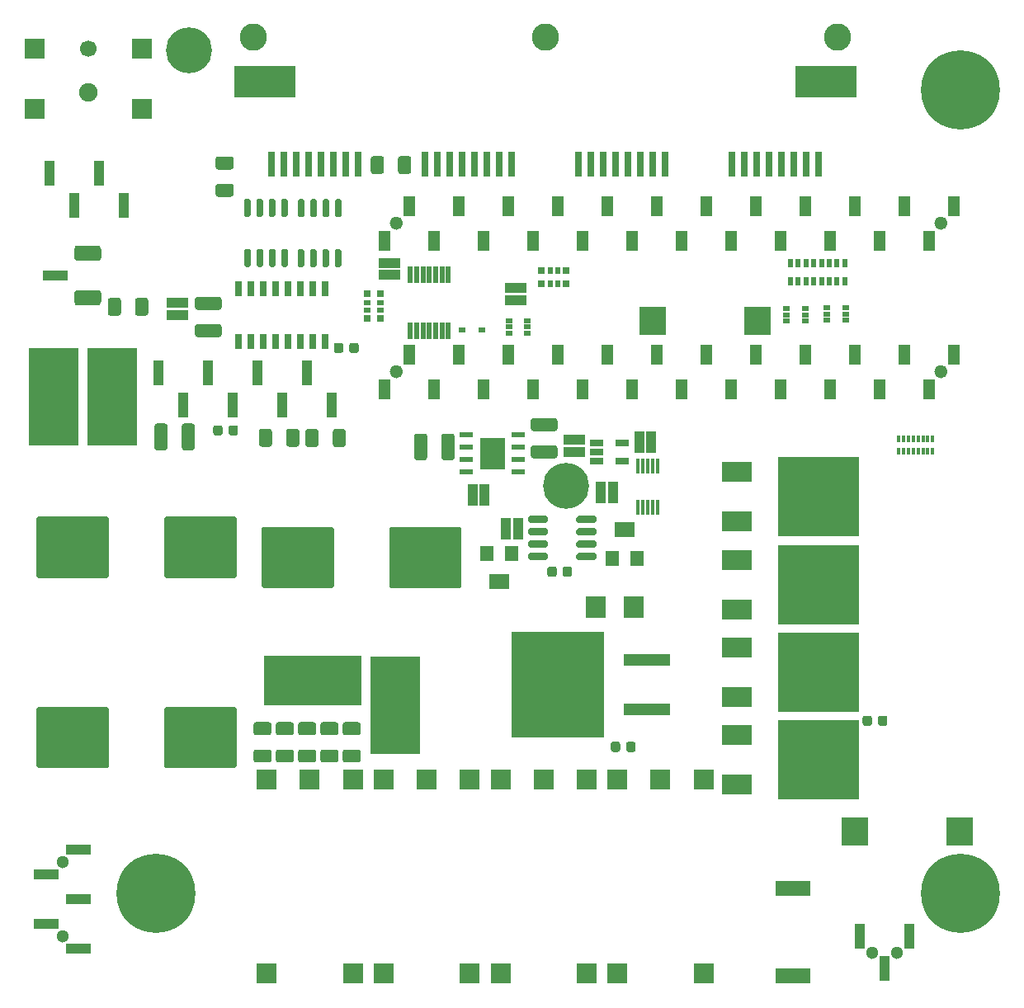
<source format=gts>
G04 #@! TF.GenerationSoftware,KiCad,Pcbnew,(5.1.6)-1*
G04 #@! TF.CreationDate,2021-05-26T13:37:40-07:00*
G04 #@! TF.ProjectId,Four Channel MHz LED Driver,466f7572-2043-4686-916e-6e656c204d48,rev?*
G04 #@! TF.SameCoordinates,Original*
G04 #@! TF.FileFunction,Soldermask,Top*
G04 #@! TF.FilePolarity,Negative*
%FSLAX46Y46*%
G04 Gerber Fmt 4.6, Leading zero omitted, Abs format (unit mm)*
G04 Created by KiCad (PCBNEW (5.1.6)-1) date 2021-05-26 13:37:40*
%MOMM*%
%LPD*%
G01*
G04 APERTURE LIST*
%ADD10C,0.100000*%
%ADD11C,0.010000*%
%ADD12R,2.270000X1.000000*%
%ADD13R,0.658800X1.598600*%
%ADD14C,2.790000*%
%ADD15R,6.320000X3.280000*%
%ADD16R,0.660000X2.640000*%
%ADD17R,0.800000X0.740000*%
%ADD18R,0.800000X0.600000*%
%ADD19R,0.740000X0.800000*%
%ADD20R,0.600000X0.800000*%
%ADD21R,2.100000X2.100000*%
%ADD22C,1.900000*%
%ADD23C,1.700000*%
%ADD24C,4.720000*%
%ADD25R,0.550000X0.900000*%
%ADD26C,8.100000*%
%ADD27R,1.100000X2.610000*%
%ADD28C,1.290000*%
%ADD29R,0.380000X1.570000*%
%ADD30R,1.000000X2.270000*%
%ADD31R,2.610000X1.100000*%
%ADD32R,3.100000X2.100000*%
%ADD33R,8.300000X8.100000*%
%ADD34R,0.510000X1.670000*%
%ADD35R,2.055800X2.259000*%
%ADD36R,0.700000X0.550000*%
%ADD37R,2.700000X2.900000*%
%ADD38R,0.354000X0.785800*%
%ADD39R,1.370000X1.649400*%
%ADD40R,2.106600X1.649400*%
%ADD41C,1.300000*%
%ADD42R,1.471600X0.582600*%
%ADD43R,2.513000X3.300400*%
%ADD44R,1.320000X0.750000*%
%ADD45R,9.500000X10.900000*%
%ADD46R,4.700000X1.200000*%
%ADD47R,0.750000X0.500000*%
%ADD48R,3.600000X1.600000*%
%ADD49R,5.100000X10.100000*%
%ADD50R,10.100000X5.100000*%
G04 APERTURE END LIST*
D10*
X76226000Y-45168000D02*
G75*
G03*
X76226000Y-45168000I-646000J0D01*
G01*
D11*
G36*
X104229000Y-45943000D02*
G01*
X105351000Y-45943000D01*
X105351000Y-47950000D01*
X104229000Y-47950000D01*
X104229000Y-45943000D01*
G37*
X104229000Y-45943000D02*
X105351000Y-45943000D01*
X105351000Y-47950000D01*
X104229000Y-47950000D01*
X104229000Y-45943000D01*
G36*
X129629000Y-45943000D02*
G01*
X130751000Y-45943000D01*
X130751000Y-47950000D01*
X129629000Y-47950000D01*
X129629000Y-45943000D01*
G37*
X129629000Y-45943000D02*
X130751000Y-45943000D01*
X130751000Y-47950000D01*
X129629000Y-47950000D01*
X129629000Y-45943000D01*
G36*
X127089000Y-42387000D02*
G01*
X128211000Y-42387000D01*
X128211000Y-44394000D01*
X127089000Y-44394000D01*
X127089000Y-42387000D01*
G37*
X127089000Y-42387000D02*
X128211000Y-42387000D01*
X128211000Y-44394000D01*
X127089000Y-44394000D01*
X127089000Y-42387000D01*
G36*
X114389000Y-45943000D02*
G01*
X115511000Y-45943000D01*
X115511000Y-47950000D01*
X114389000Y-47950000D01*
X114389000Y-45943000D01*
G37*
X114389000Y-45943000D02*
X115511000Y-45943000D01*
X115511000Y-47950000D01*
X114389000Y-47950000D01*
X114389000Y-45943000D01*
G36*
X119469000Y-45943000D02*
G01*
X120591000Y-45943000D01*
X120591000Y-47950000D01*
X119469000Y-47950000D01*
X119469000Y-45943000D01*
G37*
X119469000Y-45943000D02*
X120591000Y-45943000D01*
X120591000Y-47950000D01*
X119469000Y-47950000D01*
X119469000Y-45943000D01*
G36*
X109309000Y-45943000D02*
G01*
X110431000Y-45943000D01*
X110431000Y-47950000D01*
X109309000Y-47950000D01*
X109309000Y-45943000D01*
G37*
X109309000Y-45943000D02*
X110431000Y-45943000D01*
X110431000Y-47950000D01*
X109309000Y-47950000D01*
X109309000Y-45943000D01*
G36*
X124549000Y-45943000D02*
G01*
X125671000Y-45943000D01*
X125671000Y-47950000D01*
X124549000Y-47950000D01*
X124549000Y-45943000D01*
G37*
X124549000Y-45943000D02*
X125671000Y-45943000D01*
X125671000Y-47950000D01*
X124549000Y-47950000D01*
X124549000Y-45943000D01*
G36*
X94069000Y-45943000D02*
G01*
X95191000Y-45943000D01*
X95191000Y-47950000D01*
X94069000Y-47950000D01*
X94069000Y-45943000D01*
G37*
X94069000Y-45943000D02*
X95191000Y-45943000D01*
X95191000Y-47950000D01*
X94069000Y-47950000D01*
X94069000Y-45943000D01*
G36*
X99149000Y-45943000D02*
G01*
X100271000Y-45943000D01*
X100271000Y-47950000D01*
X99149000Y-47950000D01*
X99149000Y-45943000D01*
G37*
X99149000Y-45943000D02*
X100271000Y-45943000D01*
X100271000Y-47950000D01*
X99149000Y-47950000D01*
X99149000Y-45943000D01*
D10*
X132106000Y-45168000D02*
G75*
G03*
X132106000Y-45168000I-646000J0D01*
G01*
D11*
G36*
X91529000Y-42387000D02*
G01*
X92651000Y-42387000D01*
X92651000Y-44394000D01*
X91529000Y-44394000D01*
X91529000Y-42387000D01*
G37*
X91529000Y-42387000D02*
X92651000Y-42387000D01*
X92651000Y-44394000D01*
X91529000Y-44394000D01*
X91529000Y-42387000D01*
G36*
X111849000Y-42387000D02*
G01*
X112971000Y-42387000D01*
X112971000Y-44394000D01*
X111849000Y-44394000D01*
X111849000Y-42387000D01*
G37*
X111849000Y-42387000D02*
X112971000Y-42387000D01*
X112971000Y-44394000D01*
X111849000Y-44394000D01*
X111849000Y-42387000D01*
G36*
X132169000Y-42387000D02*
G01*
X133291000Y-42387000D01*
X133291000Y-44394000D01*
X132169000Y-44394000D01*
X132169000Y-42387000D01*
G37*
X132169000Y-42387000D02*
X133291000Y-42387000D01*
X133291000Y-44394000D01*
X132169000Y-44394000D01*
X132169000Y-42387000D01*
G36*
X106769000Y-42387000D02*
G01*
X107891000Y-42387000D01*
X107891000Y-44394000D01*
X106769000Y-44394000D01*
X106769000Y-42387000D01*
G37*
X106769000Y-42387000D02*
X107891000Y-42387000D01*
X107891000Y-44394000D01*
X106769000Y-44394000D01*
X106769000Y-42387000D01*
G36*
X116929000Y-42387000D02*
G01*
X118051000Y-42387000D01*
X118051000Y-44394000D01*
X116929000Y-44394000D01*
X116929000Y-42387000D01*
G37*
X116929000Y-42387000D02*
X118051000Y-42387000D01*
X118051000Y-44394000D01*
X116929000Y-44394000D01*
X116929000Y-42387000D01*
G36*
X122009000Y-42387000D02*
G01*
X123131000Y-42387000D01*
X123131000Y-44394000D01*
X122009000Y-44394000D01*
X122009000Y-42387000D01*
G37*
X122009000Y-42387000D02*
X123131000Y-42387000D01*
X123131000Y-44394000D01*
X122009000Y-44394000D01*
X122009000Y-42387000D01*
G36*
X96609000Y-42387000D02*
G01*
X97731000Y-42387000D01*
X97731000Y-44394000D01*
X96609000Y-44394000D01*
X96609000Y-42387000D01*
G37*
X96609000Y-42387000D02*
X97731000Y-42387000D01*
X97731000Y-44394000D01*
X96609000Y-44394000D01*
X96609000Y-42387000D01*
G36*
X101689000Y-42387000D02*
G01*
X102811000Y-42387000D01*
X102811000Y-44394000D01*
X101689000Y-44394000D01*
X101689000Y-42387000D01*
G37*
X101689000Y-42387000D02*
X102811000Y-42387000D01*
X102811000Y-44394000D01*
X101689000Y-44394000D01*
X101689000Y-42387000D01*
G36*
X81369000Y-42387000D02*
G01*
X82491000Y-42387000D01*
X82491000Y-44394000D01*
X81369000Y-44394000D01*
X81369000Y-42387000D01*
G37*
X81369000Y-42387000D02*
X82491000Y-42387000D01*
X82491000Y-44394000D01*
X81369000Y-44394000D01*
X81369000Y-42387000D01*
G36*
X78829000Y-45943000D02*
G01*
X79951000Y-45943000D01*
X79951000Y-47950000D01*
X78829000Y-47950000D01*
X78829000Y-45943000D01*
G37*
X78829000Y-45943000D02*
X79951000Y-45943000D01*
X79951000Y-47950000D01*
X78829000Y-47950000D01*
X78829000Y-45943000D01*
G36*
X73749000Y-45943000D02*
G01*
X74871000Y-45943000D01*
X74871000Y-47950000D01*
X73749000Y-47950000D01*
X73749000Y-45943000D01*
G37*
X73749000Y-45943000D02*
X74871000Y-45943000D01*
X74871000Y-47950000D01*
X73749000Y-47950000D01*
X73749000Y-45943000D01*
G36*
X88989000Y-45943000D02*
G01*
X90111000Y-45943000D01*
X90111000Y-47950000D01*
X88989000Y-47950000D01*
X88989000Y-45943000D01*
G37*
X88989000Y-45943000D02*
X90111000Y-45943000D01*
X90111000Y-47950000D01*
X88989000Y-47950000D01*
X88989000Y-45943000D01*
G36*
X76289000Y-42387000D02*
G01*
X77411000Y-42387000D01*
X77411000Y-44394000D01*
X76289000Y-44394000D01*
X76289000Y-42387000D01*
G37*
X76289000Y-42387000D02*
X77411000Y-42387000D01*
X77411000Y-44394000D01*
X76289000Y-44394000D01*
X76289000Y-42387000D01*
G36*
X83909000Y-45943000D02*
G01*
X85031000Y-45943000D01*
X85031000Y-47950000D01*
X83909000Y-47950000D01*
X83909000Y-45943000D01*
G37*
X83909000Y-45943000D02*
X85031000Y-45943000D01*
X85031000Y-47950000D01*
X83909000Y-47950000D01*
X83909000Y-45943000D01*
G36*
X86449000Y-42387000D02*
G01*
X87571000Y-42387000D01*
X87571000Y-44394000D01*
X86449000Y-44394000D01*
X86449000Y-42387000D01*
G37*
X86449000Y-42387000D02*
X87571000Y-42387000D01*
X87571000Y-44394000D01*
X86449000Y-44394000D01*
X86449000Y-42387000D01*
D10*
X76226000Y-60408000D02*
G75*
G03*
X76226000Y-60408000I-646000J0D01*
G01*
X132106000Y-60408000D02*
G75*
G03*
X132106000Y-60408000I-646000J0D01*
G01*
D11*
G36*
X132169000Y-57627000D02*
G01*
X133291000Y-57627000D01*
X133291000Y-59634000D01*
X132169000Y-59634000D01*
X132169000Y-57627000D01*
G37*
X132169000Y-57627000D02*
X133291000Y-57627000D01*
X133291000Y-59634000D01*
X132169000Y-59634000D01*
X132169000Y-57627000D01*
G36*
X129629000Y-61183000D02*
G01*
X130751000Y-61183000D01*
X130751000Y-63190000D01*
X129629000Y-63190000D01*
X129629000Y-61183000D01*
G37*
X129629000Y-61183000D02*
X130751000Y-61183000D01*
X130751000Y-63190000D01*
X129629000Y-63190000D01*
X129629000Y-61183000D01*
G36*
X127089000Y-57627000D02*
G01*
X128211000Y-57627000D01*
X128211000Y-59634000D01*
X127089000Y-59634000D01*
X127089000Y-57627000D01*
G37*
X127089000Y-57627000D02*
X128211000Y-57627000D01*
X128211000Y-59634000D01*
X127089000Y-59634000D01*
X127089000Y-57627000D01*
G36*
X124549000Y-61183000D02*
G01*
X125671000Y-61183000D01*
X125671000Y-63190000D01*
X124549000Y-63190000D01*
X124549000Y-61183000D01*
G37*
X124549000Y-61183000D02*
X125671000Y-61183000D01*
X125671000Y-63190000D01*
X124549000Y-63190000D01*
X124549000Y-61183000D01*
G36*
X122009000Y-57627000D02*
G01*
X123131000Y-57627000D01*
X123131000Y-59634000D01*
X122009000Y-59634000D01*
X122009000Y-57627000D01*
G37*
X122009000Y-57627000D02*
X123131000Y-57627000D01*
X123131000Y-59634000D01*
X122009000Y-59634000D01*
X122009000Y-57627000D01*
G36*
X119469000Y-61183000D02*
G01*
X120591000Y-61183000D01*
X120591000Y-63190000D01*
X119469000Y-63190000D01*
X119469000Y-61183000D01*
G37*
X119469000Y-61183000D02*
X120591000Y-61183000D01*
X120591000Y-63190000D01*
X119469000Y-63190000D01*
X119469000Y-61183000D01*
G36*
X116929000Y-57627000D02*
G01*
X118051000Y-57627000D01*
X118051000Y-59634000D01*
X116929000Y-59634000D01*
X116929000Y-57627000D01*
G37*
X116929000Y-57627000D02*
X118051000Y-57627000D01*
X118051000Y-59634000D01*
X116929000Y-59634000D01*
X116929000Y-57627000D01*
G36*
X114389000Y-61183000D02*
G01*
X115511000Y-61183000D01*
X115511000Y-63190000D01*
X114389000Y-63190000D01*
X114389000Y-61183000D01*
G37*
X114389000Y-61183000D02*
X115511000Y-61183000D01*
X115511000Y-63190000D01*
X114389000Y-63190000D01*
X114389000Y-61183000D01*
G36*
X111849000Y-57627000D02*
G01*
X112971000Y-57627000D01*
X112971000Y-59634000D01*
X111849000Y-59634000D01*
X111849000Y-57627000D01*
G37*
X111849000Y-57627000D02*
X112971000Y-57627000D01*
X112971000Y-59634000D01*
X111849000Y-59634000D01*
X111849000Y-57627000D01*
G36*
X109309000Y-61183000D02*
G01*
X110431000Y-61183000D01*
X110431000Y-63190000D01*
X109309000Y-63190000D01*
X109309000Y-61183000D01*
G37*
X109309000Y-61183000D02*
X110431000Y-61183000D01*
X110431000Y-63190000D01*
X109309000Y-63190000D01*
X109309000Y-61183000D01*
G36*
X106769000Y-57627000D02*
G01*
X107891000Y-57627000D01*
X107891000Y-59634000D01*
X106769000Y-59634000D01*
X106769000Y-57627000D01*
G37*
X106769000Y-57627000D02*
X107891000Y-57627000D01*
X107891000Y-59634000D01*
X106769000Y-59634000D01*
X106769000Y-57627000D01*
G36*
X104229000Y-61183000D02*
G01*
X105351000Y-61183000D01*
X105351000Y-63190000D01*
X104229000Y-63190000D01*
X104229000Y-61183000D01*
G37*
X104229000Y-61183000D02*
X105351000Y-61183000D01*
X105351000Y-63190000D01*
X104229000Y-63190000D01*
X104229000Y-61183000D01*
G36*
X101689000Y-57627000D02*
G01*
X102811000Y-57627000D01*
X102811000Y-59634000D01*
X101689000Y-59634000D01*
X101689000Y-57627000D01*
G37*
X101689000Y-57627000D02*
X102811000Y-57627000D01*
X102811000Y-59634000D01*
X101689000Y-59634000D01*
X101689000Y-57627000D01*
G36*
X99149000Y-61183000D02*
G01*
X100271000Y-61183000D01*
X100271000Y-63190000D01*
X99149000Y-63190000D01*
X99149000Y-61183000D01*
G37*
X99149000Y-61183000D02*
X100271000Y-61183000D01*
X100271000Y-63190000D01*
X99149000Y-63190000D01*
X99149000Y-61183000D01*
G36*
X96609000Y-57627000D02*
G01*
X97731000Y-57627000D01*
X97731000Y-59634000D01*
X96609000Y-59634000D01*
X96609000Y-57627000D01*
G37*
X96609000Y-57627000D02*
X97731000Y-57627000D01*
X97731000Y-59634000D01*
X96609000Y-59634000D01*
X96609000Y-57627000D01*
G36*
X94069000Y-61183000D02*
G01*
X95191000Y-61183000D01*
X95191000Y-63190000D01*
X94069000Y-63190000D01*
X94069000Y-61183000D01*
G37*
X94069000Y-61183000D02*
X95191000Y-61183000D01*
X95191000Y-63190000D01*
X94069000Y-63190000D01*
X94069000Y-61183000D01*
G36*
X91529000Y-57627000D02*
G01*
X92651000Y-57627000D01*
X92651000Y-59634000D01*
X91529000Y-59634000D01*
X91529000Y-57627000D01*
G37*
X91529000Y-57627000D02*
X92651000Y-57627000D01*
X92651000Y-59634000D01*
X91529000Y-59634000D01*
X91529000Y-57627000D01*
G36*
X88989000Y-61183000D02*
G01*
X90111000Y-61183000D01*
X90111000Y-63190000D01*
X88989000Y-63190000D01*
X88989000Y-61183000D01*
G37*
X88989000Y-61183000D02*
X90111000Y-61183000D01*
X90111000Y-63190000D01*
X88989000Y-63190000D01*
X88989000Y-61183000D01*
G36*
X86449000Y-57627000D02*
G01*
X87571000Y-57627000D01*
X87571000Y-59634000D01*
X86449000Y-59634000D01*
X86449000Y-57627000D01*
G37*
X86449000Y-57627000D02*
X87571000Y-57627000D01*
X87571000Y-59634000D01*
X86449000Y-59634000D01*
X86449000Y-57627000D01*
G36*
X83909000Y-61183000D02*
G01*
X85031000Y-61183000D01*
X85031000Y-63190000D01*
X83909000Y-63190000D01*
X83909000Y-61183000D01*
G37*
X83909000Y-61183000D02*
X85031000Y-61183000D01*
X85031000Y-63190000D01*
X83909000Y-63190000D01*
X83909000Y-61183000D01*
G36*
X81369000Y-57627000D02*
G01*
X82491000Y-57627000D01*
X82491000Y-59634000D01*
X81369000Y-59634000D01*
X81369000Y-57627000D01*
G37*
X81369000Y-57627000D02*
X82491000Y-57627000D01*
X82491000Y-59634000D01*
X81369000Y-59634000D01*
X81369000Y-57627000D01*
G36*
X78829000Y-61183000D02*
G01*
X79951000Y-61183000D01*
X79951000Y-63190000D01*
X78829000Y-63190000D01*
X78829000Y-61183000D01*
G37*
X78829000Y-61183000D02*
X79951000Y-61183000D01*
X79951000Y-63190000D01*
X78829000Y-63190000D01*
X78829000Y-61183000D01*
G36*
X76289000Y-57627000D02*
G01*
X77411000Y-57627000D01*
X77411000Y-59634000D01*
X76289000Y-59634000D01*
X76289000Y-57627000D01*
G37*
X76289000Y-57627000D02*
X77411000Y-57627000D01*
X77411000Y-59634000D01*
X76289000Y-59634000D01*
X76289000Y-57627000D01*
G36*
X73749000Y-61183000D02*
G01*
X74871000Y-61183000D01*
X74871000Y-63190000D01*
X73749000Y-63190000D01*
X73749000Y-61183000D01*
G37*
X73749000Y-61183000D02*
X74871000Y-61183000D01*
X74871000Y-63190000D01*
X73749000Y-63190000D01*
X73749000Y-61183000D01*
D12*
X53150000Y-54570000D03*
X53150000Y-53350000D03*
G36*
G01*
X55185000Y-55525000D02*
X57395000Y-55525000D01*
G75*
G02*
X57665000Y-55795000I0J-270000D01*
G01*
X57665000Y-56605000D01*
G75*
G02*
X57395000Y-56875000I-270000J0D01*
G01*
X55185000Y-56875000D01*
G75*
G02*
X54915000Y-56605000I0J270000D01*
G01*
X54915000Y-55795000D01*
G75*
G02*
X55185000Y-55525000I270000J0D01*
G01*
G37*
G36*
G01*
X55185000Y-52725000D02*
X57395000Y-52725000D01*
G75*
G02*
X57665000Y-52995000I0J-270000D01*
G01*
X57665000Y-53805000D01*
G75*
G02*
X57395000Y-54075000I-270000J0D01*
G01*
X55185000Y-54075000D01*
G75*
G02*
X54915000Y-53805000I0J270000D01*
G01*
X54915000Y-52995000D01*
G75*
G02*
X55185000Y-52725000I270000J0D01*
G01*
G37*
G36*
G01*
X57315000Y-41115000D02*
X58625000Y-41115000D01*
G75*
G02*
X58895000Y-41385000I0J-270000D01*
G01*
X58895000Y-42195000D01*
G75*
G02*
X58625000Y-42465000I-270000J0D01*
G01*
X57315000Y-42465000D01*
G75*
G02*
X57045000Y-42195000I0J270000D01*
G01*
X57045000Y-41385000D01*
G75*
G02*
X57315000Y-41115000I270000J0D01*
G01*
G37*
G36*
G01*
X57315000Y-38315000D02*
X58625000Y-38315000D01*
G75*
G02*
X58895000Y-38585000I0J-270000D01*
G01*
X58895000Y-39395000D01*
G75*
G02*
X58625000Y-39665000I-270000J0D01*
G01*
X57315000Y-39665000D01*
G75*
G02*
X57045000Y-39395000I0J270000D01*
G01*
X57045000Y-38585000D01*
G75*
G02*
X57315000Y-38315000I270000J0D01*
G01*
G37*
G36*
G01*
X65985000Y-44545000D02*
X65635000Y-44545000D01*
G75*
G02*
X65460000Y-44370000I0J175000D01*
G01*
X65460000Y-42870000D01*
G75*
G02*
X65635000Y-42695000I175000J0D01*
G01*
X65985000Y-42695000D01*
G75*
G02*
X66160000Y-42870000I0J-175000D01*
G01*
X66160000Y-44370000D01*
G75*
G02*
X65985000Y-44545000I-175000J0D01*
G01*
G37*
G36*
G01*
X67255000Y-44545000D02*
X66905000Y-44545000D01*
G75*
G02*
X66730000Y-44370000I0J175000D01*
G01*
X66730000Y-42870000D01*
G75*
G02*
X66905000Y-42695000I175000J0D01*
G01*
X67255000Y-42695000D01*
G75*
G02*
X67430000Y-42870000I0J-175000D01*
G01*
X67430000Y-44370000D01*
G75*
G02*
X67255000Y-44545000I-175000J0D01*
G01*
G37*
G36*
G01*
X68525000Y-44545000D02*
X68175000Y-44545000D01*
G75*
G02*
X68000000Y-44370000I0J175000D01*
G01*
X68000000Y-42870000D01*
G75*
G02*
X68175000Y-42695000I175000J0D01*
G01*
X68525000Y-42695000D01*
G75*
G02*
X68700000Y-42870000I0J-175000D01*
G01*
X68700000Y-44370000D01*
G75*
G02*
X68525000Y-44545000I-175000J0D01*
G01*
G37*
G36*
G01*
X69795000Y-44545000D02*
X69445000Y-44545000D01*
G75*
G02*
X69270000Y-44370000I0J175000D01*
G01*
X69270000Y-42870000D01*
G75*
G02*
X69445000Y-42695000I175000J0D01*
G01*
X69795000Y-42695000D01*
G75*
G02*
X69970000Y-42870000I0J-175000D01*
G01*
X69970000Y-44370000D01*
G75*
G02*
X69795000Y-44545000I-175000J0D01*
G01*
G37*
G36*
G01*
X69795000Y-49695000D02*
X69445000Y-49695000D01*
G75*
G02*
X69270000Y-49520000I0J175000D01*
G01*
X69270000Y-48020000D01*
G75*
G02*
X69445000Y-47845000I175000J0D01*
G01*
X69795000Y-47845000D01*
G75*
G02*
X69970000Y-48020000I0J-175000D01*
G01*
X69970000Y-49520000D01*
G75*
G02*
X69795000Y-49695000I-175000J0D01*
G01*
G37*
G36*
G01*
X68525000Y-49695000D02*
X68175000Y-49695000D01*
G75*
G02*
X68000000Y-49520000I0J175000D01*
G01*
X68000000Y-48020000D01*
G75*
G02*
X68175000Y-47845000I175000J0D01*
G01*
X68525000Y-47845000D01*
G75*
G02*
X68700000Y-48020000I0J-175000D01*
G01*
X68700000Y-49520000D01*
G75*
G02*
X68525000Y-49695000I-175000J0D01*
G01*
G37*
G36*
G01*
X67255000Y-49695000D02*
X66905000Y-49695000D01*
G75*
G02*
X66730000Y-49520000I0J175000D01*
G01*
X66730000Y-48020000D01*
G75*
G02*
X66905000Y-47845000I175000J0D01*
G01*
X67255000Y-47845000D01*
G75*
G02*
X67430000Y-48020000I0J-175000D01*
G01*
X67430000Y-49520000D01*
G75*
G02*
X67255000Y-49695000I-175000J0D01*
G01*
G37*
G36*
G01*
X65985000Y-49695000D02*
X65635000Y-49695000D01*
G75*
G02*
X65460000Y-49520000I0J175000D01*
G01*
X65460000Y-48020000D01*
G75*
G02*
X65635000Y-47845000I175000J0D01*
G01*
X65985000Y-47845000D01*
G75*
G02*
X66160000Y-48020000I0J-175000D01*
G01*
X66160000Y-49520000D01*
G75*
G02*
X65985000Y-49695000I-175000J0D01*
G01*
G37*
G36*
G01*
X60485000Y-44525850D02*
X60135000Y-44525850D01*
G75*
G02*
X59960000Y-44350850I0J175000D01*
G01*
X59960000Y-42850850D01*
G75*
G02*
X60135000Y-42675850I175000J0D01*
G01*
X60485000Y-42675850D01*
G75*
G02*
X60660000Y-42850850I0J-175000D01*
G01*
X60660000Y-44350850D01*
G75*
G02*
X60485000Y-44525850I-175000J0D01*
G01*
G37*
G36*
G01*
X61755000Y-44525850D02*
X61405000Y-44525850D01*
G75*
G02*
X61230000Y-44350850I0J175000D01*
G01*
X61230000Y-42850850D01*
G75*
G02*
X61405000Y-42675850I175000J0D01*
G01*
X61755000Y-42675850D01*
G75*
G02*
X61930000Y-42850850I0J-175000D01*
G01*
X61930000Y-44350850D01*
G75*
G02*
X61755000Y-44525850I-175000J0D01*
G01*
G37*
G36*
G01*
X63025000Y-44525850D02*
X62675000Y-44525850D01*
G75*
G02*
X62500000Y-44350850I0J175000D01*
G01*
X62500000Y-42850850D01*
G75*
G02*
X62675000Y-42675850I175000J0D01*
G01*
X63025000Y-42675850D01*
G75*
G02*
X63200000Y-42850850I0J-175000D01*
G01*
X63200000Y-44350850D01*
G75*
G02*
X63025000Y-44525850I-175000J0D01*
G01*
G37*
G36*
G01*
X64295000Y-44525850D02*
X63945000Y-44525850D01*
G75*
G02*
X63770000Y-44350850I0J175000D01*
G01*
X63770000Y-42850850D01*
G75*
G02*
X63945000Y-42675850I175000J0D01*
G01*
X64295000Y-42675850D01*
G75*
G02*
X64470000Y-42850850I0J-175000D01*
G01*
X64470000Y-44350850D01*
G75*
G02*
X64295000Y-44525850I-175000J0D01*
G01*
G37*
G36*
G01*
X64295000Y-49675850D02*
X63945000Y-49675850D01*
G75*
G02*
X63770000Y-49500850I0J175000D01*
G01*
X63770000Y-48000850D01*
G75*
G02*
X63945000Y-47825850I175000J0D01*
G01*
X64295000Y-47825850D01*
G75*
G02*
X64470000Y-48000850I0J-175000D01*
G01*
X64470000Y-49500850D01*
G75*
G02*
X64295000Y-49675850I-175000J0D01*
G01*
G37*
G36*
G01*
X63025000Y-49675850D02*
X62675000Y-49675850D01*
G75*
G02*
X62500000Y-49500850I0J175000D01*
G01*
X62500000Y-48000850D01*
G75*
G02*
X62675000Y-47825850I175000J0D01*
G01*
X63025000Y-47825850D01*
G75*
G02*
X63200000Y-48000850I0J-175000D01*
G01*
X63200000Y-49500850D01*
G75*
G02*
X63025000Y-49675850I-175000J0D01*
G01*
G37*
G36*
G01*
X61755000Y-49675850D02*
X61405000Y-49675850D01*
G75*
G02*
X61230000Y-49500850I0J175000D01*
G01*
X61230000Y-48000850D01*
G75*
G02*
X61405000Y-47825850I175000J0D01*
G01*
X61755000Y-47825850D01*
G75*
G02*
X61930000Y-48000850I0J-175000D01*
G01*
X61930000Y-49500850D01*
G75*
G02*
X61755000Y-49675850I-175000J0D01*
G01*
G37*
G36*
G01*
X60485000Y-49675850D02*
X60135000Y-49675850D01*
G75*
G02*
X59960000Y-49500850I0J175000D01*
G01*
X59960000Y-48000850D01*
G75*
G02*
X60135000Y-47825850I175000J0D01*
G01*
X60485000Y-47825850D01*
G75*
G02*
X60660000Y-48000850I0J-175000D01*
G01*
X60660000Y-49500850D01*
G75*
G02*
X60485000Y-49675850I-175000J0D01*
G01*
G37*
D13*
X59390000Y-57280200D03*
X60660000Y-57280200D03*
X61930000Y-57280200D03*
X63200000Y-57280200D03*
X64470000Y-57280200D03*
X65740000Y-57280200D03*
X67010000Y-57280200D03*
X68280000Y-57280200D03*
X68280000Y-51870000D03*
X67010000Y-51870000D03*
X65740000Y-51870000D03*
X64470000Y-51870000D03*
X63200000Y-51870000D03*
X61930000Y-51870000D03*
X60660000Y-51870000D03*
X59390000Y-51870000D03*
D14*
X60882500Y-26090000D03*
X120822500Y-26090000D03*
X90852500Y-26090000D03*
D15*
X119632500Y-30680000D03*
X62072500Y-30680000D03*
D16*
X118915000Y-39130000D03*
X117645000Y-39130000D03*
X116375000Y-39130000D03*
X115105000Y-39130000D03*
X113835000Y-39130000D03*
X112565000Y-39130000D03*
X111295000Y-39130000D03*
X110025000Y-39130000D03*
X103170000Y-39130000D03*
X101900000Y-39130000D03*
X100630000Y-39130000D03*
X99360000Y-39130000D03*
X98090000Y-39130000D03*
X96820000Y-39130000D03*
X95550000Y-39130000D03*
X94280000Y-39130000D03*
X87425000Y-39130000D03*
X86155000Y-39130000D03*
X84885000Y-39130000D03*
X83615000Y-39130000D03*
X82345000Y-39130000D03*
X81075000Y-39130000D03*
X79805000Y-39130000D03*
X78535000Y-39130000D03*
X71680000Y-39130000D03*
X70410000Y-39130000D03*
X69140000Y-39130000D03*
X67870000Y-39130000D03*
X66600000Y-39130000D03*
X65330000Y-39130000D03*
X64060000Y-39130000D03*
X62790000Y-39130000D03*
D17*
X73970000Y-54980000D03*
D18*
X73970000Y-53310000D03*
X73970000Y-54110000D03*
D17*
X73970000Y-52440000D03*
D18*
X72570000Y-54110000D03*
D17*
X72570000Y-54980000D03*
D18*
X72570000Y-53310000D03*
D17*
X72570000Y-52440000D03*
D19*
X93040000Y-50020000D03*
D20*
X91370000Y-50020000D03*
X92170000Y-50020000D03*
D19*
X90500000Y-50020000D03*
D20*
X92170000Y-51420000D03*
D19*
X93040000Y-51420000D03*
D20*
X91370000Y-51420000D03*
D19*
X90500000Y-51420000D03*
D21*
X38470000Y-27280000D03*
X38470000Y-33480000D03*
X49470000Y-33480000D03*
X49470000Y-27280000D03*
D22*
X43970000Y-31780000D03*
D23*
X43970000Y-27280000D03*
D24*
X54300000Y-27410000D03*
X93030000Y-72150000D03*
D25*
X116010000Y-49285000D03*
X116010000Y-51095000D03*
X116810000Y-49285000D03*
X116810000Y-51095000D03*
X117610000Y-49285000D03*
X117610000Y-51095000D03*
X118410000Y-49285000D03*
X118410000Y-51095000D03*
X119210000Y-49285000D03*
X119210000Y-51095000D03*
X120010000Y-49285000D03*
X120010000Y-51095000D03*
X120810000Y-49285000D03*
X120810000Y-51095000D03*
X121610000Y-49285000D03*
X121610000Y-51095000D03*
G36*
G01*
X74870000Y-82453600D02*
X74870000Y-76506400D01*
G75*
G02*
X75046400Y-76330000I176400J0D01*
G01*
X82093600Y-76330000D01*
G75*
G02*
X82270000Y-76506400I0J-176400D01*
G01*
X82270000Y-82453600D01*
G75*
G02*
X82093600Y-82630000I-176400J0D01*
G01*
X75046400Y-82630000D01*
G75*
G02*
X74870000Y-82453600I0J176400D01*
G01*
G37*
G36*
G01*
X61770000Y-82453600D02*
X61770000Y-76506400D01*
G75*
G02*
X61946400Y-76330000I176400J0D01*
G01*
X68993600Y-76330000D01*
G75*
G02*
X69170000Y-76506400I0J-176400D01*
G01*
X69170000Y-82453600D01*
G75*
G02*
X68993600Y-82630000I-176400J0D01*
G01*
X61946400Y-82630000D01*
G75*
G02*
X61770000Y-82453600I0J176400D01*
G01*
G37*
G36*
G01*
X46080000Y-94986400D02*
X46080000Y-100933600D01*
G75*
G02*
X45903600Y-101110000I-176400J0D01*
G01*
X38856400Y-101110000D01*
G75*
G02*
X38680000Y-100933600I0J176400D01*
G01*
X38680000Y-94986400D01*
G75*
G02*
X38856400Y-94810000I176400J0D01*
G01*
X45903600Y-94810000D01*
G75*
G02*
X46080000Y-94986400I0J-176400D01*
G01*
G37*
G36*
G01*
X59180000Y-94986400D02*
X59180000Y-100933600D01*
G75*
G02*
X59003600Y-101110000I-176400J0D01*
G01*
X51956400Y-101110000D01*
G75*
G02*
X51780000Y-100933600I0J176400D01*
G01*
X51780000Y-94986400D01*
G75*
G02*
X51956400Y-94810000I176400J0D01*
G01*
X59003600Y-94810000D01*
G75*
G02*
X59180000Y-94986400I0J-176400D01*
G01*
G37*
G36*
G01*
X46080000Y-75476400D02*
X46080000Y-81423600D01*
G75*
G02*
X45903600Y-81600000I-176400J0D01*
G01*
X38856400Y-81600000D01*
G75*
G02*
X38680000Y-81423600I0J176400D01*
G01*
X38680000Y-75476400D01*
G75*
G02*
X38856400Y-75300000I176400J0D01*
G01*
X45903600Y-75300000D01*
G75*
G02*
X46080000Y-75476400I0J-176400D01*
G01*
G37*
G36*
G01*
X59180000Y-75476400D02*
X59180000Y-81423600D01*
G75*
G02*
X59003600Y-81600000I-176400J0D01*
G01*
X51956400Y-81600000D01*
G75*
G02*
X51780000Y-81423600I0J176400D01*
G01*
X51780000Y-75476400D01*
G75*
G02*
X51956400Y-75300000I176400J0D01*
G01*
X59003600Y-75300000D01*
G75*
G02*
X59180000Y-75476400I0J-176400D01*
G01*
G37*
D26*
X133450000Y-31470000D03*
X133450000Y-113970000D03*
X50950000Y-113970000D03*
D27*
X66410000Y-60520000D03*
X61330000Y-60520000D03*
X56250000Y-60520000D03*
X51170000Y-60520000D03*
X68950000Y-63830000D03*
X63870000Y-63830000D03*
X58790000Y-63830000D03*
X53710000Y-63830000D03*
G36*
G01*
X91155000Y-79205000D02*
X91155000Y-79555000D01*
G75*
G02*
X90980000Y-79730000I-175000J0D01*
G01*
X89280000Y-79730000D01*
G75*
G02*
X89105000Y-79555000I0J175000D01*
G01*
X89105000Y-79205000D01*
G75*
G02*
X89280000Y-79030000I175000J0D01*
G01*
X90980000Y-79030000D01*
G75*
G02*
X91155000Y-79205000I0J-175000D01*
G01*
G37*
G36*
G01*
X91155000Y-77935000D02*
X91155000Y-78285000D01*
G75*
G02*
X90980000Y-78460000I-175000J0D01*
G01*
X89280000Y-78460000D01*
G75*
G02*
X89105000Y-78285000I0J175000D01*
G01*
X89105000Y-77935000D01*
G75*
G02*
X89280000Y-77760000I175000J0D01*
G01*
X90980000Y-77760000D01*
G75*
G02*
X91155000Y-77935000I0J-175000D01*
G01*
G37*
G36*
G01*
X91155000Y-76665000D02*
X91155000Y-77015000D01*
G75*
G02*
X90980000Y-77190000I-175000J0D01*
G01*
X89280000Y-77190000D01*
G75*
G02*
X89105000Y-77015000I0J175000D01*
G01*
X89105000Y-76665000D01*
G75*
G02*
X89280000Y-76490000I175000J0D01*
G01*
X90980000Y-76490000D01*
G75*
G02*
X91155000Y-76665000I0J-175000D01*
G01*
G37*
G36*
G01*
X91155000Y-75395000D02*
X91155000Y-75745000D01*
G75*
G02*
X90980000Y-75920000I-175000J0D01*
G01*
X89280000Y-75920000D01*
G75*
G02*
X89105000Y-75745000I0J175000D01*
G01*
X89105000Y-75395000D01*
G75*
G02*
X89280000Y-75220000I175000J0D01*
G01*
X90980000Y-75220000D01*
G75*
G02*
X91155000Y-75395000I0J-175000D01*
G01*
G37*
G36*
G01*
X96105000Y-75395000D02*
X96105000Y-75745000D01*
G75*
G02*
X95930000Y-75920000I-175000J0D01*
G01*
X94230000Y-75920000D01*
G75*
G02*
X94055000Y-75745000I0J175000D01*
G01*
X94055000Y-75395000D01*
G75*
G02*
X94230000Y-75220000I175000J0D01*
G01*
X95930000Y-75220000D01*
G75*
G02*
X96105000Y-75395000I0J-175000D01*
G01*
G37*
G36*
G01*
X96105000Y-76665000D02*
X96105000Y-77015000D01*
G75*
G02*
X95930000Y-77190000I-175000J0D01*
G01*
X94230000Y-77190000D01*
G75*
G02*
X94055000Y-77015000I0J175000D01*
G01*
X94055000Y-76665000D01*
G75*
G02*
X94230000Y-76490000I175000J0D01*
G01*
X95930000Y-76490000D01*
G75*
G02*
X96105000Y-76665000I0J-175000D01*
G01*
G37*
G36*
G01*
X96105000Y-77935000D02*
X96105000Y-78285000D01*
G75*
G02*
X95930000Y-78460000I-175000J0D01*
G01*
X94230000Y-78460000D01*
G75*
G02*
X94055000Y-78285000I0J175000D01*
G01*
X94055000Y-77935000D01*
G75*
G02*
X94230000Y-77760000I175000J0D01*
G01*
X95930000Y-77760000D01*
G75*
G02*
X96105000Y-77935000I0J-175000D01*
G01*
G37*
G36*
G01*
X96105000Y-79205000D02*
X96105000Y-79555000D01*
G75*
G02*
X95930000Y-79730000I-175000J0D01*
G01*
X94230000Y-79730000D01*
G75*
G02*
X94055000Y-79555000I0J175000D01*
G01*
X94055000Y-79205000D01*
G75*
G02*
X94230000Y-79030000I175000J0D01*
G01*
X95930000Y-79030000D01*
G75*
G02*
X96105000Y-79205000I0J-175000D01*
G01*
G37*
D28*
X75580000Y-60408000D03*
X131460000Y-60408000D03*
X75580000Y-45168000D03*
X131460000Y-45168000D03*
D29*
X102360000Y-70070000D03*
X101860000Y-70070000D03*
X101360000Y-70070000D03*
X100860000Y-70070000D03*
X100360000Y-70070000D03*
X100360000Y-74370000D03*
X100860000Y-74370000D03*
X101360000Y-74370000D03*
X101860000Y-74370000D03*
X102360000Y-74370000D03*
D30*
X101740000Y-67640000D03*
X100520000Y-67640000D03*
D31*
X43920000Y-53080000D03*
X43920000Y-48000000D03*
X40610000Y-50540000D03*
D32*
X110510000Y-102810000D03*
X110510000Y-97730000D03*
D33*
X118910000Y-100270000D03*
D32*
X110510000Y-93810000D03*
X110510000Y-88730000D03*
D33*
X118910000Y-91270000D03*
D32*
X110510000Y-84800000D03*
X110510000Y-79720000D03*
D33*
X118910000Y-82260000D03*
D32*
X110520000Y-75810000D03*
X110520000Y-70730000D03*
D33*
X118920000Y-73270000D03*
D34*
X77030000Y-56200000D03*
X77680000Y-56200000D03*
X78330000Y-56200000D03*
X78980000Y-56200000D03*
X79630000Y-56200000D03*
X80280000Y-56200000D03*
X80930000Y-56200000D03*
X80930000Y-50460000D03*
X80280000Y-50460000D03*
X79630000Y-50460000D03*
X78980000Y-50460000D03*
X78330000Y-50460000D03*
X77680000Y-50460000D03*
X77030000Y-50460000D03*
G36*
G01*
X62505000Y-97735000D02*
X61195000Y-97735000D01*
G75*
G02*
X60925000Y-97465000I0J270000D01*
G01*
X60925000Y-96655000D01*
G75*
G02*
X61195000Y-96385000I270000J0D01*
G01*
X62505000Y-96385000D01*
G75*
G02*
X62775000Y-96655000I0J-270000D01*
G01*
X62775000Y-97465000D01*
G75*
G02*
X62505000Y-97735000I-270000J0D01*
G01*
G37*
G36*
G01*
X62505000Y-100535000D02*
X61195000Y-100535000D01*
G75*
G02*
X60925000Y-100265000I0J270000D01*
G01*
X60925000Y-99455000D01*
G75*
G02*
X61195000Y-99185000I270000J0D01*
G01*
X62505000Y-99185000D01*
G75*
G02*
X62775000Y-99455000I0J-270000D01*
G01*
X62775000Y-100265000D01*
G75*
G02*
X62505000Y-100535000I-270000J0D01*
G01*
G37*
G36*
G01*
X47325000Y-53095000D02*
X47325000Y-54405000D01*
G75*
G02*
X47055000Y-54675000I-270000J0D01*
G01*
X46245000Y-54675000D01*
G75*
G02*
X45975000Y-54405000I0J270000D01*
G01*
X45975000Y-53095000D01*
G75*
G02*
X46245000Y-52825000I270000J0D01*
G01*
X47055000Y-52825000D01*
G75*
G02*
X47325000Y-53095000I0J-270000D01*
G01*
G37*
G36*
G01*
X50125000Y-53095000D02*
X50125000Y-54405000D01*
G75*
G02*
X49855000Y-54675000I-270000J0D01*
G01*
X49045000Y-54675000D01*
G75*
G02*
X48775000Y-54405000I0J270000D01*
G01*
X48775000Y-53095000D01*
G75*
G02*
X49045000Y-52825000I270000J0D01*
G01*
X49855000Y-52825000D01*
G75*
G02*
X50125000Y-53095000I0J-270000D01*
G01*
G37*
G36*
G01*
X62825000Y-66535000D02*
X62825000Y-67845000D01*
G75*
G02*
X62555000Y-68115000I-270000J0D01*
G01*
X61745000Y-68115000D01*
G75*
G02*
X61475000Y-67845000I0J270000D01*
G01*
X61475000Y-66535000D01*
G75*
G02*
X61745000Y-66265000I270000J0D01*
G01*
X62555000Y-66265000D01*
G75*
G02*
X62825000Y-66535000I0J-270000D01*
G01*
G37*
G36*
G01*
X65625000Y-66535000D02*
X65625000Y-67845000D01*
G75*
G02*
X65355000Y-68115000I-270000J0D01*
G01*
X64545000Y-68115000D01*
G75*
G02*
X64275000Y-67845000I0J270000D01*
G01*
X64275000Y-66535000D01*
G75*
G02*
X64545000Y-66265000I270000J0D01*
G01*
X65355000Y-66265000D01*
G75*
G02*
X65625000Y-66535000I0J-270000D01*
G01*
G37*
D12*
X93810000Y-68630000D03*
X93810000Y-67410000D03*
D30*
X83400000Y-73080000D03*
X84620000Y-73080000D03*
D12*
X87800000Y-53060000D03*
X87800000Y-51840000D03*
G36*
G01*
X70152500Y-57688750D02*
X70152500Y-58251250D01*
G75*
G02*
X69908750Y-58495000I-243750J0D01*
G01*
X69421250Y-58495000D01*
G75*
G02*
X69177500Y-58251250I0J243750D01*
G01*
X69177500Y-57688750D01*
G75*
G02*
X69421250Y-57445000I243750J0D01*
G01*
X69908750Y-57445000D01*
G75*
G02*
X70152500Y-57688750I0J-243750D01*
G01*
G37*
G36*
G01*
X71727500Y-57688750D02*
X71727500Y-58251250D01*
G75*
G02*
X71483750Y-58495000I-243750J0D01*
G01*
X70996250Y-58495000D01*
G75*
G02*
X70752500Y-58251250I0J243750D01*
G01*
X70752500Y-57688750D01*
G75*
G02*
X70996250Y-57445000I243750J0D01*
G01*
X71483750Y-57445000D01*
G75*
G02*
X71727500Y-57688750I0J-243750D01*
G01*
G37*
G36*
G01*
X57767500Y-66158750D02*
X57767500Y-66721250D01*
G75*
G02*
X57523750Y-66965000I-243750J0D01*
G01*
X57036250Y-66965000D01*
G75*
G02*
X56792500Y-66721250I0J243750D01*
G01*
X56792500Y-66158750D01*
G75*
G02*
X57036250Y-65915000I243750J0D01*
G01*
X57523750Y-65915000D01*
G75*
G02*
X57767500Y-66158750I0J-243750D01*
G01*
G37*
G36*
G01*
X59342500Y-66158750D02*
X59342500Y-66721250D01*
G75*
G02*
X59098750Y-66965000I-243750J0D01*
G01*
X58611250Y-66965000D01*
G75*
G02*
X58367500Y-66721250I0J243750D01*
G01*
X58367500Y-66158750D01*
G75*
G02*
X58611250Y-65915000I243750J0D01*
G01*
X59098750Y-65915000D01*
G75*
G02*
X59342500Y-66158750I0J-243750D01*
G01*
G37*
D35*
X99960000Y-84610000D03*
X96023000Y-84610000D03*
D36*
X82290000Y-56090000D03*
X84390000Y-56090000D03*
G36*
G01*
X75765000Y-39855000D02*
X75765000Y-38545000D01*
G75*
G02*
X76035000Y-38275000I270000J0D01*
G01*
X76845000Y-38275000D01*
G75*
G02*
X77115000Y-38545000I0J-270000D01*
G01*
X77115000Y-39855000D01*
G75*
G02*
X76845000Y-40125000I-270000J0D01*
G01*
X76035000Y-40125000D01*
G75*
G02*
X75765000Y-39855000I0J270000D01*
G01*
G37*
G36*
G01*
X72965000Y-39855000D02*
X72965000Y-38545000D01*
G75*
G02*
X73235000Y-38275000I270000J0D01*
G01*
X74045000Y-38275000D01*
G75*
G02*
X74315000Y-38545000I0J-270000D01*
G01*
X74315000Y-39855000D01*
G75*
G02*
X74045000Y-40125000I-270000J0D01*
G01*
X73235000Y-40125000D01*
G75*
G02*
X72965000Y-39855000I0J270000D01*
G01*
G37*
D37*
X122650000Y-107580000D03*
X133350000Y-107580000D03*
G36*
G01*
X45036482Y-49015000D02*
X42823518Y-49015000D01*
G75*
G02*
X42555000Y-48746482I0J268518D01*
G01*
X42555000Y-47833518D01*
G75*
G02*
X42823518Y-47565000I268518J0D01*
G01*
X45036482Y-47565000D01*
G75*
G02*
X45305000Y-47833518I0J-268518D01*
G01*
X45305000Y-48746482D01*
G75*
G02*
X45036482Y-49015000I-268518J0D01*
G01*
G37*
G36*
G01*
X45036482Y-53515000D02*
X42823518Y-53515000D01*
G75*
G02*
X42555000Y-53246482I0J268518D01*
G01*
X42555000Y-52333518D01*
G75*
G02*
X42823518Y-52065000I268518J0D01*
G01*
X45036482Y-52065000D01*
G75*
G02*
X45305000Y-52333518I0J-268518D01*
G01*
X45305000Y-53246482D01*
G75*
G02*
X45036482Y-53515000I-268518J0D01*
G01*
G37*
G36*
G01*
X89645000Y-67975000D02*
X91855000Y-67975000D01*
G75*
G02*
X92125000Y-68245000I0J-270000D01*
G01*
X92125000Y-69055000D01*
G75*
G02*
X91855000Y-69325000I-270000J0D01*
G01*
X89645000Y-69325000D01*
G75*
G02*
X89375000Y-69055000I0J270000D01*
G01*
X89375000Y-68245000D01*
G75*
G02*
X89645000Y-67975000I270000J0D01*
G01*
G37*
G36*
G01*
X89645000Y-65175000D02*
X91855000Y-65175000D01*
G75*
G02*
X92125000Y-65445000I0J-270000D01*
G01*
X92125000Y-66255000D01*
G75*
G02*
X91855000Y-66525000I-270000J0D01*
G01*
X89645000Y-66525000D01*
G75*
G02*
X89375000Y-66255000I0J270000D01*
G01*
X89375000Y-65445000D01*
G75*
G02*
X89645000Y-65175000I270000J0D01*
G01*
G37*
G36*
G01*
X80205000Y-69235000D02*
X80205000Y-67025000D01*
G75*
G02*
X80475000Y-66755000I270000J0D01*
G01*
X81285000Y-66755000D01*
G75*
G02*
X81555000Y-67025000I0J-270000D01*
G01*
X81555000Y-69235000D01*
G75*
G02*
X81285000Y-69505000I-270000J0D01*
G01*
X80475000Y-69505000D01*
G75*
G02*
X80205000Y-69235000I0J270000D01*
G01*
G37*
G36*
G01*
X77405000Y-69235000D02*
X77405000Y-67025000D01*
G75*
G02*
X77675000Y-66755000I270000J0D01*
G01*
X78485000Y-66755000D01*
G75*
G02*
X78755000Y-67025000I0J-270000D01*
G01*
X78755000Y-69235000D01*
G75*
G02*
X78485000Y-69505000I-270000J0D01*
G01*
X77675000Y-69505000D01*
G75*
G02*
X77405000Y-69235000I0J270000D01*
G01*
G37*
D38*
X130620003Y-67289600D03*
X130120001Y-67289600D03*
X129620002Y-67289600D03*
X129120001Y-67289600D03*
X128620001Y-67289600D03*
X128120003Y-67289600D03*
X127620001Y-67289600D03*
X127120002Y-67289600D03*
X127119999Y-68580000D03*
X127620001Y-68580000D03*
X128120000Y-68580000D03*
X128620001Y-68580000D03*
X129120001Y-68580000D03*
X129619999Y-68580000D03*
X130120001Y-68580000D03*
X130620000Y-68580000D03*
D39*
X87410000Y-79034400D03*
D40*
X86140000Y-81930000D03*
D39*
X84870000Y-79034400D03*
D41*
X126950000Y-120040000D03*
X124410000Y-120040000D03*
D27*
X128220000Y-118385000D03*
X123140000Y-118385000D03*
X125680000Y-121695000D03*
D41*
X41325000Y-118390000D03*
X41325000Y-110770000D03*
D31*
X42980000Y-119660000D03*
X42980000Y-114580000D03*
X42980000Y-109500000D03*
X39670000Y-117120000D03*
X39670000Y-112040000D03*
D21*
X86270000Y-122140000D03*
X95130000Y-122140000D03*
X90700000Y-102250000D03*
X86270000Y-102250000D03*
X95130000Y-102250000D03*
D42*
X88117000Y-70715000D03*
X88117000Y-69445000D03*
X88117000Y-68175000D03*
X88117000Y-66905000D03*
X82783000Y-66905000D03*
X82783000Y-68175000D03*
X82783000Y-69445000D03*
X82783000Y-70715000D03*
D43*
X85450000Y-68810000D03*
D44*
X98750000Y-67710000D03*
X98750000Y-69610000D03*
X96130000Y-69610000D03*
X96130000Y-68660000D03*
X96130000Y-67710000D03*
D45*
X92135000Y-92495000D03*
D46*
X101285000Y-89955000D03*
X101285000Y-95035000D03*
G36*
G01*
X124400000Y-95958750D02*
X124400000Y-96521250D01*
G75*
G02*
X124156250Y-96765000I-243750J0D01*
G01*
X123668750Y-96765000D01*
G75*
G02*
X123425000Y-96521250I0J243750D01*
G01*
X123425000Y-95958750D01*
G75*
G02*
X123668750Y-95715000I243750J0D01*
G01*
X124156250Y-95715000D01*
G75*
G02*
X124400000Y-95958750I0J-243750D01*
G01*
G37*
G36*
G01*
X125975000Y-95958750D02*
X125975000Y-96521250D01*
G75*
G02*
X125731250Y-96765000I-243750J0D01*
G01*
X125243750Y-96765000D01*
G75*
G02*
X125000000Y-96521250I0J243750D01*
G01*
X125000000Y-95958750D01*
G75*
G02*
X125243750Y-95715000I243750J0D01*
G01*
X125731250Y-95715000D01*
G75*
G02*
X125975000Y-95958750I0J-243750D01*
G01*
G37*
D21*
X98260000Y-122140000D03*
X107120000Y-122140000D03*
X102690000Y-102250000D03*
X98260000Y-102250000D03*
X107120000Y-102250000D03*
D37*
X112630000Y-55220000D03*
X101930000Y-55220000D03*
D47*
X115640000Y-55230000D03*
X115640000Y-53930000D03*
X117540000Y-54580000D03*
X115640000Y-54580000D03*
X117540000Y-53930000D03*
X117540000Y-55230000D03*
X89030000Y-55180000D03*
X89030000Y-56480000D03*
X87130000Y-55830000D03*
X89030000Y-55830000D03*
X87130000Y-56480000D03*
X87130000Y-55180000D03*
D48*
X116270000Y-113460000D03*
X116270000Y-122460000D03*
G36*
G01*
X71665000Y-97735000D02*
X70355000Y-97735000D01*
G75*
G02*
X70085000Y-97465000I0J270000D01*
G01*
X70085000Y-96655000D01*
G75*
G02*
X70355000Y-96385000I270000J0D01*
G01*
X71665000Y-96385000D01*
G75*
G02*
X71935000Y-96655000I0J-270000D01*
G01*
X71935000Y-97465000D01*
G75*
G02*
X71665000Y-97735000I-270000J0D01*
G01*
G37*
G36*
G01*
X71665000Y-100535000D02*
X70355000Y-100535000D01*
G75*
G02*
X70085000Y-100265000I0J270000D01*
G01*
X70085000Y-99455000D01*
G75*
G02*
X70355000Y-99185000I270000J0D01*
G01*
X71665000Y-99185000D01*
G75*
G02*
X71935000Y-99455000I0J-270000D01*
G01*
X71935000Y-100265000D01*
G75*
G02*
X71665000Y-100535000I-270000J0D01*
G01*
G37*
D49*
X75470000Y-94610000D03*
D50*
X66970000Y-92110000D03*
D27*
X45080000Y-40030000D03*
X40000000Y-40030000D03*
X47620000Y-43340000D03*
X42540000Y-43340000D03*
D49*
X46390000Y-62990000D03*
X40390000Y-62990000D03*
D21*
X74270000Y-122140000D03*
X83130000Y-122140000D03*
X78700000Y-102250000D03*
X74270000Y-102250000D03*
X83130000Y-102250000D03*
X62270000Y-122140000D03*
X71130000Y-122140000D03*
X66700000Y-102250000D03*
X62270000Y-102250000D03*
X71130000Y-102250000D03*
G36*
G01*
X98562500Y-98638750D02*
X98562500Y-99201250D01*
G75*
G02*
X98318750Y-99445000I-243750J0D01*
G01*
X97831250Y-99445000D01*
G75*
G02*
X97587500Y-99201250I0J243750D01*
G01*
X97587500Y-98638750D01*
G75*
G02*
X97831250Y-98395000I243750J0D01*
G01*
X98318750Y-98395000D01*
G75*
G02*
X98562500Y-98638750I0J-243750D01*
G01*
G37*
G36*
G01*
X100137500Y-98638750D02*
X100137500Y-99201250D01*
G75*
G02*
X99893750Y-99445000I-243750J0D01*
G01*
X99406250Y-99445000D01*
G75*
G02*
X99162500Y-99201250I0J243750D01*
G01*
X99162500Y-98638750D01*
G75*
G02*
X99406250Y-98395000I243750J0D01*
G01*
X99893750Y-98395000D01*
G75*
G02*
X100137500Y-98638750I0J-243750D01*
G01*
G37*
D39*
X97740000Y-79545600D03*
D40*
X99010000Y-76650000D03*
D39*
X100280000Y-79545600D03*
G36*
G01*
X53565000Y-68215000D02*
X53565000Y-66005000D01*
G75*
G02*
X53835000Y-65735000I270000J0D01*
G01*
X54645000Y-65735000D01*
G75*
G02*
X54915000Y-66005000I0J-270000D01*
G01*
X54915000Y-68215000D01*
G75*
G02*
X54645000Y-68485000I-270000J0D01*
G01*
X53835000Y-68485000D01*
G75*
G02*
X53565000Y-68215000I0J270000D01*
G01*
G37*
G36*
G01*
X50765000Y-68215000D02*
X50765000Y-66005000D01*
G75*
G02*
X51035000Y-65735000I270000J0D01*
G01*
X51845000Y-65735000D01*
G75*
G02*
X52115000Y-66005000I0J-270000D01*
G01*
X52115000Y-68215000D01*
G75*
G02*
X51845000Y-68485000I-270000J0D01*
G01*
X51035000Y-68485000D01*
G75*
G02*
X50765000Y-68215000I0J270000D01*
G01*
G37*
D47*
X121670000Y-53830000D03*
X121670000Y-55130000D03*
X119770000Y-54480000D03*
X121670000Y-54480000D03*
X119770000Y-55130000D03*
X119770000Y-53830000D03*
D12*
X74890000Y-50460000D03*
X74890000Y-49240000D03*
G36*
G01*
X92652500Y-81221250D02*
X92652500Y-80658750D01*
G75*
G02*
X92896250Y-80415000I243750J0D01*
G01*
X93383750Y-80415000D01*
G75*
G02*
X93627500Y-80658750I0J-243750D01*
G01*
X93627500Y-81221250D01*
G75*
G02*
X93383750Y-81465000I-243750J0D01*
G01*
X92896250Y-81465000D01*
G75*
G02*
X92652500Y-81221250I0J243750D01*
G01*
G37*
G36*
G01*
X91077500Y-81221250D02*
X91077500Y-80658750D01*
G75*
G02*
X91321250Y-80415000I243750J0D01*
G01*
X91808750Y-80415000D01*
G75*
G02*
X92052500Y-80658750I0J-243750D01*
G01*
X92052500Y-81221250D01*
G75*
G02*
X91808750Y-81465000I-243750J0D01*
G01*
X91321250Y-81465000D01*
G75*
G02*
X91077500Y-81221250I0J243750D01*
G01*
G37*
D30*
X96590000Y-72820000D03*
X97810000Y-72820000D03*
X88070000Y-76540000D03*
X86850000Y-76540000D03*
G36*
G01*
X67605000Y-66565000D02*
X67605000Y-67875000D01*
G75*
G02*
X67335000Y-68145000I-270000J0D01*
G01*
X66525000Y-68145000D01*
G75*
G02*
X66255000Y-67875000I0J270000D01*
G01*
X66255000Y-66565000D01*
G75*
G02*
X66525000Y-66295000I270000J0D01*
G01*
X67335000Y-66295000D01*
G75*
G02*
X67605000Y-66565000I0J-270000D01*
G01*
G37*
G36*
G01*
X70405000Y-66565000D02*
X70405000Y-67875000D01*
G75*
G02*
X70135000Y-68145000I-270000J0D01*
G01*
X69325000Y-68145000D01*
G75*
G02*
X69055000Y-67875000I0J270000D01*
G01*
X69055000Y-66565000D01*
G75*
G02*
X69325000Y-66295000I270000J0D01*
G01*
X70135000Y-66295000D01*
G75*
G02*
X70405000Y-66565000I0J-270000D01*
G01*
G37*
G36*
G01*
X69375000Y-97735000D02*
X68065000Y-97735000D01*
G75*
G02*
X67795000Y-97465000I0J270000D01*
G01*
X67795000Y-96655000D01*
G75*
G02*
X68065000Y-96385000I270000J0D01*
G01*
X69375000Y-96385000D01*
G75*
G02*
X69645000Y-96655000I0J-270000D01*
G01*
X69645000Y-97465000D01*
G75*
G02*
X69375000Y-97735000I-270000J0D01*
G01*
G37*
G36*
G01*
X69375000Y-100535000D02*
X68065000Y-100535000D01*
G75*
G02*
X67795000Y-100265000I0J270000D01*
G01*
X67795000Y-99455000D01*
G75*
G02*
X68065000Y-99185000I270000J0D01*
G01*
X69375000Y-99185000D01*
G75*
G02*
X69645000Y-99455000I0J-270000D01*
G01*
X69645000Y-100265000D01*
G75*
G02*
X69375000Y-100535000I-270000J0D01*
G01*
G37*
G36*
G01*
X67085000Y-97735000D02*
X65775000Y-97735000D01*
G75*
G02*
X65505000Y-97465000I0J270000D01*
G01*
X65505000Y-96655000D01*
G75*
G02*
X65775000Y-96385000I270000J0D01*
G01*
X67085000Y-96385000D01*
G75*
G02*
X67355000Y-96655000I0J-270000D01*
G01*
X67355000Y-97465000D01*
G75*
G02*
X67085000Y-97735000I-270000J0D01*
G01*
G37*
G36*
G01*
X67085000Y-100535000D02*
X65775000Y-100535000D01*
G75*
G02*
X65505000Y-100265000I0J270000D01*
G01*
X65505000Y-99455000D01*
G75*
G02*
X65775000Y-99185000I270000J0D01*
G01*
X67085000Y-99185000D01*
G75*
G02*
X67355000Y-99455000I0J-270000D01*
G01*
X67355000Y-100265000D01*
G75*
G02*
X67085000Y-100535000I-270000J0D01*
G01*
G37*
G36*
G01*
X64795000Y-97735000D02*
X63485000Y-97735000D01*
G75*
G02*
X63215000Y-97465000I0J270000D01*
G01*
X63215000Y-96655000D01*
G75*
G02*
X63485000Y-96385000I270000J0D01*
G01*
X64795000Y-96385000D01*
G75*
G02*
X65065000Y-96655000I0J-270000D01*
G01*
X65065000Y-97465000D01*
G75*
G02*
X64795000Y-97735000I-270000J0D01*
G01*
G37*
G36*
G01*
X64795000Y-100535000D02*
X63485000Y-100535000D01*
G75*
G02*
X63215000Y-100265000I0J270000D01*
G01*
X63215000Y-99455000D01*
G75*
G02*
X63485000Y-99185000I270000J0D01*
G01*
X64795000Y-99185000D01*
G75*
G02*
X65065000Y-99455000I0J-270000D01*
G01*
X65065000Y-100265000D01*
G75*
G02*
X64795000Y-100535000I-270000J0D01*
G01*
G37*
M02*

</source>
